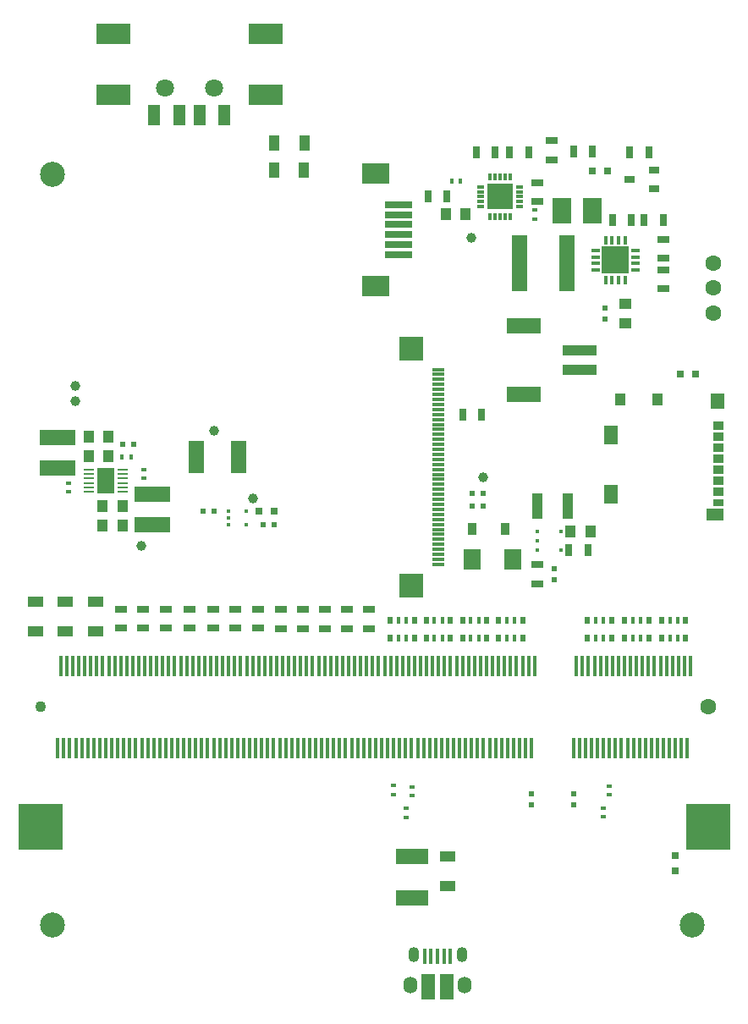
<source format=gbr>
G04 #@! TF.FileFunction,Soldermask,Top*
%FSLAX46Y46*%
G04 Gerber Fmt 4.6, Leading zero omitted, Abs format (unit mm)*
G04 Created by KiCad (PCBNEW 4.0.4-stable) date Monday, April 23, 2018 'PMt' 09:01:18 PM*
%MOMM*%
%LPD*%
G01*
G04 APERTURE LIST*
%ADD10C,0.100000*%
%ADD11C,1.600000*%
%ADD12R,0.300000X0.700000*%
%ADD13R,0.700000X0.300000*%
%ADD14R,2.500000X2.500000*%
%ADD15R,0.350000X0.850000*%
%ADD16R,0.850000X0.350000*%
%ADD17R,2.700000X2.700000*%
%ADD18R,0.450000X0.350000*%
%ADD19R,1.100000X0.850000*%
%ADD20R,1.100000X0.750000*%
%ADD21R,1.800000X1.170000*%
%ADD22R,1.350000X1.550000*%
%ADD23R,1.350000X1.900000*%
%ADD24R,1.000000X1.200000*%
%ADD25C,1.100000*%
%ADD26R,4.500000X4.600000*%
%ADD27R,0.350000X2.000000*%
%ADD28R,0.450000X0.300000*%
%ADD29R,1.700000X2.500000*%
%ADD30R,1.000000X0.250000*%
%ADD31R,0.500000X0.800000*%
%ADD32R,0.400000X0.800000*%
%ADD33R,0.400000X0.600000*%
%ADD34R,0.700000X1.300000*%
%ADD35R,1.300000X0.700000*%
%ADD36R,0.600000X0.400000*%
%ADD37R,1.000000X0.800000*%
%ADD38C,1.000000*%
%ADD39R,1.200000X0.300000*%
%ADD40R,2.400000X2.400000*%
%ADD41R,0.400000X1.650000*%
%ADD42O,1.100000X1.500000*%
%ADD43O,1.400000X1.700000*%
%ADD44R,1.430000X2.500000*%
%ADD45R,1.600000X5.700000*%
%ADD46R,1.000000X2.500000*%
%ADD47R,3.600000X1.500000*%
%ADD48R,1.500000X3.200000*%
%ADD49R,3.200000X1.500000*%
%ADD50R,1.778000X2.159000*%
%ADD51R,0.900000X1.200000*%
%ADD52R,1.000000X1.250000*%
%ADD53R,0.500000X0.600000*%
%ADD54R,1.250000X1.000000*%
%ADD55R,1.950000X2.500000*%
%ADD56R,0.800000X0.750000*%
%ADD57R,0.600000X0.500000*%
%ADD58R,1.000000X1.600000*%
%ADD59R,1.600000X1.000000*%
%ADD60R,0.750000X0.800000*%
%ADD61R,3.400000X1.600000*%
%ADD62R,3.500000X1.000000*%
%ADD63R,2.700000X0.700000*%
%ADD64R,2.800000X2.100000*%
%ADD65C,2.500000*%
%ADD66R,3.500000X2.000000*%
%ADD67R,1.250000X2.000000*%
%ADD68C,1.800000*%
G04 APERTURE END LIST*
D10*
D11*
X173647100Y-95239840D03*
X173647100Y-97739840D03*
X173647100Y-92739840D03*
D12*
X152328880Y-88083700D03*
X151828880Y-88083700D03*
X151328880Y-88083700D03*
X152828880Y-88083700D03*
X153328880Y-88083700D03*
D13*
X154293880Y-86118700D03*
X154293880Y-85618700D03*
X154293880Y-85118700D03*
X154293880Y-86618700D03*
X154293880Y-87118700D03*
X150363880Y-87118700D03*
X150363880Y-86618700D03*
X150363880Y-86118700D03*
X150363880Y-85618700D03*
X150363880Y-85118700D03*
D12*
X153328880Y-84153700D03*
X152828880Y-84153700D03*
X152328880Y-84153700D03*
X151828880Y-84153700D03*
X151328880Y-84153700D03*
D14*
X152328880Y-86118700D03*
D15*
X163520240Y-90488620D03*
X164170240Y-90488620D03*
X164820240Y-90488620D03*
X162870240Y-90488620D03*
X162870240Y-94438620D03*
X163520240Y-94438620D03*
X164170240Y-94438620D03*
X164820240Y-94438620D03*
D16*
X161870240Y-91488620D03*
X161870240Y-92138620D03*
X161870240Y-92788620D03*
X161870240Y-93438620D03*
X165820240Y-91488620D03*
X165820240Y-92138620D03*
X165820240Y-92788620D03*
X165820240Y-93438620D03*
D17*
X163845240Y-92463620D03*
D18*
X156048460Y-121473000D03*
X156048460Y-119573000D03*
X158398460Y-119573000D03*
X156048460Y-120523000D03*
X158398460Y-121473000D03*
D19*
X174188780Y-109063540D03*
X174188780Y-110163540D03*
X174188780Y-111263540D03*
X174188780Y-112363540D03*
X174188780Y-113463540D03*
X174188780Y-114563540D03*
X174188780Y-115663540D03*
D20*
X174188780Y-116713540D03*
D21*
X173838780Y-117923540D03*
D22*
X174063780Y-106603540D03*
D23*
X163363780Y-115898540D03*
X163363780Y-109928540D03*
D24*
X168038780Y-106428540D03*
X164338780Y-106428540D03*
D11*
X173100000Y-137160000D03*
D25*
X106300000Y-137160000D03*
D26*
X106300000Y-149160000D03*
X173100000Y-149160000D03*
D27*
X171350000Y-133060000D03*
X170750000Y-133060000D03*
X170150000Y-133060000D03*
X169550000Y-133060000D03*
X168950000Y-133060000D03*
X168350000Y-133060000D03*
X167750000Y-133060000D03*
X167150000Y-133060000D03*
X166550000Y-133060000D03*
X165950000Y-133060000D03*
X165350000Y-133060000D03*
X164750000Y-133060000D03*
X164150000Y-133060000D03*
X163550000Y-133060000D03*
X162950000Y-133060000D03*
X162350000Y-133060000D03*
X161750000Y-133060000D03*
X161150000Y-133060000D03*
X160550000Y-133060000D03*
X159950000Y-133060000D03*
X155750000Y-133060000D03*
X155150000Y-133060000D03*
X154550000Y-133060000D03*
X153950000Y-133060000D03*
X153350000Y-133060000D03*
X152750000Y-133060000D03*
X152150000Y-133060000D03*
X151550000Y-133060000D03*
X150950000Y-133060000D03*
X150350000Y-133060000D03*
X149750000Y-133060000D03*
X149150000Y-133060000D03*
X148550000Y-133060000D03*
X147950000Y-133060000D03*
X147350000Y-133060000D03*
X146750000Y-133060000D03*
X146150000Y-133060000D03*
X145550000Y-133060000D03*
X144950000Y-133060000D03*
X144350000Y-133060000D03*
X143750000Y-133060000D03*
X143150000Y-133060000D03*
X142550000Y-133060000D03*
X141950000Y-133060000D03*
X141350000Y-133060000D03*
X140750000Y-133060000D03*
X140150000Y-133060000D03*
X139550000Y-133060000D03*
X138950000Y-133060000D03*
X138350000Y-133060000D03*
X137750000Y-133060000D03*
X137150000Y-133060000D03*
X136550000Y-133060000D03*
X135950000Y-133060000D03*
X135350000Y-133060000D03*
X134750000Y-133060000D03*
X134150000Y-133060000D03*
X133550000Y-133060000D03*
X132950000Y-133060000D03*
X132350000Y-133060000D03*
X131750000Y-133060000D03*
X131150000Y-133060000D03*
X130550000Y-133060000D03*
X129950000Y-133060000D03*
X129350000Y-133060000D03*
X128750000Y-133060000D03*
X128150000Y-133060000D03*
X127550000Y-133060000D03*
X126950000Y-133060000D03*
X126350000Y-133060000D03*
X125750000Y-133060000D03*
X125150000Y-133060000D03*
X124550000Y-133060000D03*
X123950000Y-133060000D03*
X123350000Y-133060000D03*
X122750000Y-133060000D03*
X122150000Y-133060000D03*
X121550000Y-133060000D03*
X120950000Y-133060000D03*
X120350000Y-133060000D03*
X119750000Y-133060000D03*
X119150000Y-133060000D03*
X118550000Y-133060000D03*
X117950000Y-133060000D03*
X117350000Y-133060000D03*
X116750000Y-133060000D03*
X116150000Y-133060000D03*
X115550000Y-133060000D03*
X114950000Y-133060000D03*
X114350000Y-133060000D03*
X113750000Y-133060000D03*
X113150000Y-133060000D03*
X112550000Y-133060000D03*
X111950000Y-133060000D03*
X111350000Y-133060000D03*
X110750000Y-133060000D03*
X110150000Y-133060000D03*
X109550000Y-133060000D03*
X108950000Y-133060000D03*
X108350000Y-133060000D03*
X171050000Y-141260000D03*
X170450000Y-141260000D03*
X169850000Y-141260000D03*
X169250000Y-141260000D03*
X168650000Y-141260000D03*
X168050000Y-141260000D03*
X167450000Y-141260000D03*
X166850000Y-141260000D03*
X166250000Y-141260000D03*
X165650000Y-141260000D03*
X165050000Y-141260000D03*
X164450000Y-141260000D03*
X163850000Y-141260000D03*
X163250000Y-141260000D03*
X162650000Y-141260000D03*
X162050000Y-141260000D03*
X161450000Y-141260000D03*
X160850000Y-141260000D03*
X160250000Y-141260000D03*
X159650000Y-141260000D03*
X155450000Y-141260000D03*
X154850000Y-141260000D03*
X154250000Y-141260000D03*
X153650000Y-141260000D03*
X153050000Y-141260000D03*
X152450000Y-141260000D03*
X151850000Y-141260000D03*
X151250000Y-141260000D03*
X150650000Y-141260000D03*
X150050000Y-141260000D03*
X149450000Y-141260000D03*
X148850000Y-141260000D03*
X148250000Y-141260000D03*
X147650000Y-141260000D03*
X147050000Y-141260000D03*
X146450000Y-141260000D03*
X145850000Y-141260000D03*
X145250000Y-141260000D03*
X144650000Y-141260000D03*
X144050000Y-141260000D03*
X143450000Y-141260000D03*
X142850000Y-141260000D03*
X142250000Y-141260000D03*
X141650000Y-141260000D03*
X141050000Y-141260000D03*
X140450000Y-141260000D03*
X139850000Y-141260000D03*
X139250000Y-141260000D03*
X138650000Y-141260000D03*
X138050000Y-141260000D03*
X137450000Y-141260000D03*
X136850000Y-141260000D03*
X136250000Y-141260000D03*
X135650000Y-141260000D03*
X135050000Y-141260000D03*
X134450000Y-141260000D03*
X133850000Y-141260000D03*
X133250000Y-141260000D03*
X132650000Y-141260000D03*
X132050000Y-141260000D03*
X131450000Y-141260000D03*
X130850000Y-141260000D03*
X130250000Y-141260000D03*
X129650000Y-141260000D03*
X129050000Y-141260000D03*
X128450000Y-141260000D03*
X127850000Y-141260000D03*
X127250000Y-141260000D03*
X126650000Y-141260000D03*
X126050000Y-141260000D03*
X125450000Y-141260000D03*
X124850000Y-141260000D03*
X124250000Y-141260000D03*
X123650000Y-141260000D03*
X123050000Y-141260000D03*
X122450000Y-141260000D03*
X121850000Y-141260000D03*
X121250000Y-141260000D03*
X120650000Y-141260000D03*
X120050000Y-141260000D03*
X119450000Y-141260000D03*
X118850000Y-141260000D03*
X118250000Y-141260000D03*
X117650000Y-141260000D03*
X117050000Y-141260000D03*
X116450000Y-141260000D03*
X115850000Y-141260000D03*
X115250000Y-141260000D03*
X114650000Y-141260000D03*
X114050000Y-141260000D03*
X113450000Y-141260000D03*
X112850000Y-141260000D03*
X112250000Y-141260000D03*
X111650000Y-141260000D03*
X111050000Y-141260000D03*
X110450000Y-141260000D03*
X109850000Y-141260000D03*
X109250000Y-141260000D03*
X108650000Y-141260000D03*
X108050000Y-141260000D03*
D28*
X125126980Y-118247160D03*
X125126980Y-118897160D03*
X125126980Y-117597160D03*
X126901980Y-117597160D03*
X126901980Y-118897160D03*
D29*
X112829340Y-114541300D03*
D30*
X111129340Y-113416300D03*
X111129340Y-113866300D03*
X111129340Y-114316300D03*
X111129340Y-114766300D03*
X111129340Y-115216300D03*
X111129340Y-115666300D03*
X114529340Y-115666300D03*
X114529340Y-115216300D03*
X114529340Y-114766300D03*
X114529340Y-114316300D03*
X114529340Y-113866300D03*
X114529340Y-113416300D03*
D31*
X170887240Y-128479980D03*
D32*
X169287240Y-128479980D03*
X170087240Y-128479980D03*
D31*
X168487240Y-128479980D03*
D32*
X170087240Y-130279980D03*
D31*
X170887240Y-130279980D03*
D32*
X169287240Y-130279980D03*
D31*
X168487240Y-130279980D03*
X163455200Y-128479980D03*
D32*
X161855200Y-128479980D03*
X162655200Y-128479980D03*
D31*
X161055200Y-128479980D03*
D32*
X162655200Y-130279980D03*
D31*
X163455200Y-130279980D03*
D32*
X161855200Y-130279980D03*
D31*
X161055200Y-130279980D03*
X167172640Y-128479980D03*
D32*
X165572640Y-128479980D03*
X166372640Y-128479980D03*
D31*
X164772640Y-128479980D03*
D32*
X166372640Y-130279980D03*
D31*
X167172640Y-130279980D03*
D32*
X165572640Y-130279980D03*
D31*
X164772640Y-130279980D03*
X150950780Y-128479980D03*
D32*
X149350780Y-128479980D03*
X150150780Y-128479980D03*
D31*
X148550780Y-128479980D03*
D32*
X150150780Y-130279980D03*
D31*
X150950780Y-130279980D03*
D32*
X149350780Y-130279980D03*
D31*
X148550780Y-130279980D03*
X154572820Y-128479980D03*
D32*
X152972820Y-128479980D03*
X153772820Y-128479980D03*
D31*
X152172820Y-128479980D03*
D32*
X153772820Y-130279980D03*
D31*
X154572820Y-130279980D03*
D32*
X152972820Y-130279980D03*
D31*
X152172820Y-130279980D03*
X143711780Y-128479980D03*
D32*
X142111780Y-128479980D03*
X142911780Y-128479980D03*
D31*
X141311780Y-128479980D03*
D32*
X142911780Y-130279980D03*
D31*
X143711780Y-130279980D03*
D32*
X142111780Y-130279980D03*
D31*
X141311780Y-130279980D03*
X147331280Y-128479980D03*
D32*
X145731280Y-128479980D03*
X146531280Y-128479980D03*
D31*
X144931280Y-128479980D03*
D32*
X146531280Y-130279980D03*
D31*
X147331280Y-130279980D03*
D32*
X145731280Y-130279980D03*
D31*
X144931280Y-130279980D03*
D33*
X148338960Y-84579460D03*
X147438960Y-84579460D03*
D34*
X146966980Y-86118700D03*
X145066980Y-86118700D03*
X165285380Y-81711800D03*
X167185380Y-81711800D03*
D35*
X157449520Y-82415420D03*
X157449520Y-80515420D03*
X168648380Y-92278240D03*
X168648380Y-90378240D03*
X168656000Y-95338940D03*
X168656000Y-93438940D03*
D34*
X166723020Y-88422480D03*
X168623020Y-88422480D03*
X155150860Y-81706720D03*
X153250860Y-81706720D03*
X149923460Y-81694020D03*
X151823460Y-81694020D03*
X163527700Y-88419940D03*
X165427700Y-88419940D03*
D36*
X155816300Y-87446700D03*
X155816300Y-88346700D03*
D34*
X161571980Y-81582260D03*
X159671980Y-81582260D03*
D35*
X156009340Y-84729280D03*
X156009340Y-86629280D03*
X139176760Y-129331760D03*
X139176760Y-127431760D03*
X137002520Y-129331760D03*
X137002520Y-127431760D03*
X134792720Y-129331760D03*
X134792720Y-127431760D03*
X132580380Y-129331760D03*
X132580380Y-127431760D03*
X130335020Y-129331760D03*
X130335020Y-127431760D03*
X128125220Y-129296200D03*
X128125220Y-127396200D03*
X125844300Y-129260640D03*
X125844300Y-127360640D03*
X123563380Y-129260640D03*
X123563380Y-127360640D03*
X121246900Y-129260640D03*
X121246900Y-127360640D03*
X118894860Y-129260640D03*
X118894860Y-127360640D03*
X116613940Y-129260640D03*
X116613940Y-127360640D03*
X114333020Y-129260640D03*
X114333020Y-127360640D03*
D34*
X150459480Y-107904280D03*
X148559480Y-107904280D03*
D35*
X156049980Y-124833420D03*
X156049980Y-122933420D03*
D34*
X159194460Y-121472960D03*
X161094460Y-121472960D03*
D36*
X141676120Y-145025960D03*
X141676120Y-145925960D03*
X143461740Y-145165660D03*
X143461740Y-146065660D03*
X142872460Y-147317040D03*
X142872460Y-148217040D03*
X163250880Y-145071680D03*
X163250880Y-145971680D03*
X162651440Y-147278940D03*
X162651440Y-148178940D03*
X116674900Y-113415660D03*
X116674900Y-114315660D03*
D33*
X115395160Y-112171480D03*
X114495160Y-112171480D03*
D36*
X109146340Y-115666940D03*
X109146340Y-114766940D03*
D37*
X167685720Y-85336460D03*
X167685720Y-83436460D03*
X165285720Y-84386460D03*
D38*
X109840000Y-105060000D03*
X149448520Y-90246200D03*
X123680000Y-109560000D03*
X150634700Y-114200940D03*
X127581660Y-116268500D03*
X109788960Y-106601260D03*
X116382800Y-121028460D03*
D39*
X146134080Y-119900840D03*
X146134080Y-119400840D03*
X146134080Y-120400840D03*
X146134080Y-120900840D03*
X146134080Y-122900840D03*
X146134080Y-122400840D03*
X146134080Y-121400840D03*
X146134080Y-121900840D03*
X146134080Y-111900840D03*
X146134080Y-111400840D03*
X146134080Y-112400840D03*
X146134080Y-112900840D03*
X146134080Y-114900840D03*
X146134080Y-114400840D03*
X146134080Y-113400840D03*
X146134080Y-113900840D03*
X146134080Y-117900840D03*
X146134080Y-117400840D03*
X146134080Y-118400840D03*
X146134080Y-118900840D03*
X146134080Y-116900840D03*
X146134080Y-116400840D03*
X146134080Y-115400840D03*
X146134080Y-115900840D03*
X146134080Y-107900840D03*
X146134080Y-107400840D03*
X146134080Y-108400840D03*
X146134080Y-108900840D03*
X146134080Y-110900840D03*
X146134080Y-110400840D03*
X146134080Y-109400840D03*
X146134080Y-109900840D03*
X146134080Y-105900840D03*
X146134080Y-105400840D03*
X146134080Y-106400840D03*
X146134080Y-106900840D03*
X146134080Y-104900840D03*
X146134080Y-104400840D03*
X146134080Y-103400840D03*
X146134080Y-103900840D03*
D40*
X143434080Y-125000840D03*
X143434080Y-101300840D03*
D41*
X144750000Y-162076000D03*
X145400000Y-162076000D03*
X146050000Y-162076000D03*
X146700000Y-162076000D03*
X147350000Y-162076000D03*
D42*
X143630000Y-161956000D03*
X148470000Y-161956000D03*
D43*
X143320000Y-164956000D03*
X148780000Y-164956000D03*
D44*
X145090000Y-165196000D03*
X147010000Y-165196000D03*
D45*
X154291800Y-92786200D03*
X158991800Y-92786200D03*
D46*
X159046040Y-117058440D03*
X156046040Y-117058440D03*
D47*
X108016040Y-113251980D03*
X108016040Y-110201980D03*
X117495320Y-115845860D03*
X117495320Y-118895860D03*
D48*
X121910000Y-112180000D03*
X126110000Y-112180000D03*
D49*
X143492220Y-152108480D03*
X143492220Y-156308480D03*
D50*
X149552660Y-122400060D03*
X153616660Y-122400060D03*
D51*
X149546040Y-119344440D03*
X152846040Y-119344440D03*
D52*
X148850860Y-87886540D03*
X146850860Y-87886540D03*
D53*
X162821620Y-97219680D03*
X162821620Y-98319680D03*
D54*
X164825680Y-96807780D03*
X164825680Y-98807780D03*
D55*
X161547540Y-87561420D03*
X158497540Y-87561420D03*
D56*
X161563620Y-83527900D03*
X163063620Y-83527900D03*
D53*
X157718760Y-123348660D03*
X157718760Y-124448660D03*
D52*
X159342580Y-119575580D03*
X161342580Y-119575580D03*
D57*
X150641140Y-115785900D03*
X149541140Y-115785900D03*
X150641140Y-117040660D03*
X149541140Y-117040660D03*
D56*
X170336780Y-103883460D03*
X171836780Y-103883460D03*
D58*
X129690000Y-83450000D03*
X132690000Y-83450000D03*
X129720000Y-80730000D03*
X132720000Y-80730000D03*
D59*
X111803180Y-129597280D03*
X111803180Y-126597280D03*
X108783120Y-129597280D03*
X108783120Y-126597280D03*
D53*
X159669480Y-145837820D03*
X159669480Y-146937820D03*
D59*
X105801160Y-129597280D03*
X105801160Y-126597280D03*
D53*
X155455620Y-145842900D03*
X155455620Y-146942900D03*
D57*
X128609000Y-118892320D03*
X129709000Y-118892320D03*
X123679040Y-117594380D03*
X122579040Y-117594380D03*
D56*
X128208340Y-117596920D03*
X129708340Y-117596920D03*
D52*
X111128300Y-112036860D03*
X113128300Y-112036860D03*
X114517680Y-117109240D03*
X112517680Y-117109240D03*
D57*
X114517080Y-110909100D03*
X115617080Y-110909100D03*
D52*
X111130840Y-110142020D03*
X113130840Y-110142020D03*
X114517680Y-118999000D03*
X112517680Y-118999000D03*
D60*
X169857420Y-152074180D03*
X169857420Y-153574180D03*
D59*
X147027900Y-152105360D03*
X147027900Y-155105360D03*
D61*
X154705000Y-105858520D03*
D62*
X160255000Y-103458520D03*
X160255000Y-101458520D03*
D61*
X154705000Y-99058520D03*
D63*
X142166680Y-88910000D03*
X142166680Y-89910000D03*
X142166680Y-87910000D03*
X142166680Y-86910000D03*
X142166680Y-90910000D03*
X142166680Y-91910000D03*
D64*
X139816680Y-95060000D03*
X139816680Y-83760000D03*
D65*
X107500000Y-83850000D03*
X107500000Y-159000000D03*
X171500000Y-159000000D03*
D66*
X128835000Y-75930000D03*
X113585000Y-75930000D03*
X128835000Y-69830000D03*
X113585000Y-69830000D03*
D67*
X124710000Y-77930000D03*
X117710000Y-77930000D03*
X122210000Y-77930000D03*
X120210000Y-77930000D03*
D68*
X118760000Y-75230000D03*
X123660000Y-75230000D03*
M02*

</source>
